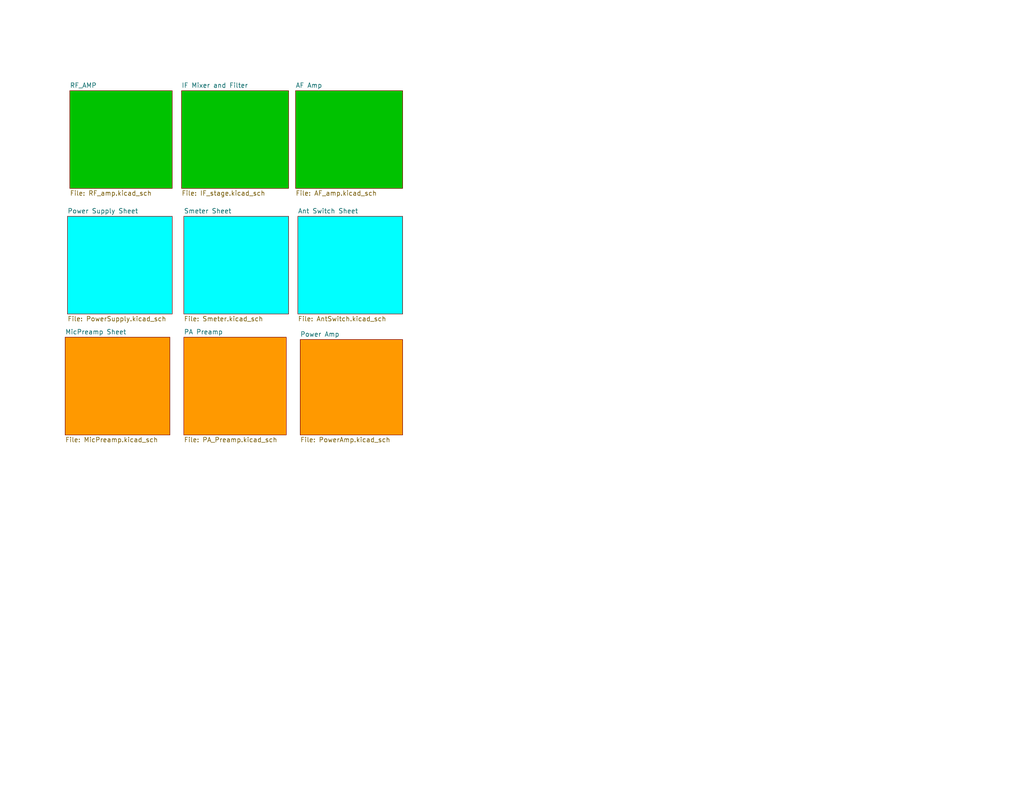
<source format=kicad_sch>
(kicad_sch (version 20211123) (generator eeschema)

  (uuid c260ab8e-cf7e-4fbb-b0c8-91cd71c137b7)

  (paper "A")

  (title_block
    (title "Phoenix 612 Transceiver")
    (date "2022-08-31")
    (rev "0.1a")
    (company "DATER (Dave Peter)")
  )

  (lib_symbols
  )


  (sheet (at 18.415 59.055) (size 28.575 26.67) (fields_autoplaced)
    (stroke (width 0.1524) (type solid) (color 0 0 0 0))
    (fill (color 0 255 255 1.0000))
    (uuid 1c2e7267-2bc4-45e2-87be-34403465b4fd)
    (property "Sheet name" "Power Supply Sheet" (id 0) (at 18.415 58.3434 0)
      (effects (font (size 1.27 1.27)) (justify left bottom))
    )
    (property "Sheet file" "PowerSupply.kicad_sch" (id 1) (at 18.415 86.3096 0)
      (effects (font (size 1.27 1.27)) (justify left top))
    )
  )

  (sheet (at 81.28 59.055) (size 28.575 26.67) (fields_autoplaced)
    (stroke (width 0.1524) (type solid) (color 0 0 0 0))
    (fill (color 0 255 255 1.0000))
    (uuid 30c6c28a-4790-4945-ab5d-741471566322)
    (property "Sheet name" "Ant Switch Sheet" (id 0) (at 81.28 58.3434 0)
      (effects (font (size 1.27 1.27)) (justify left bottom))
    )
    (property "Sheet file" "AntSwitch.kicad_sch" (id 1) (at 81.28 86.3096 0)
      (effects (font (size 1.27 1.27)) (justify left top))
    )
  )

  (sheet (at 19.05 24.765) (size 27.94 26.67) (fields_autoplaced)
    (stroke (width 0.1524) (type solid) (color 0 0 0 0))
    (fill (color 0 194 0 1.0000))
    (uuid 7d624223-b511-4648-87bb-11892eb59d0f)
    (property "Sheet name" "RF_AMP" (id 0) (at 19.05 24.0534 0)
      (effects (font (size 1.27 1.27)) (justify left bottom))
    )
    (property "Sheet file" "RF_amp.kicad_sch" (id 1) (at 19.05 52.0196 0)
      (effects (font (size 1.27 1.27)) (justify left top))
    )
  )

  (sheet (at 80.645 24.765) (size 29.21 26.67) (fields_autoplaced)
    (stroke (width 0.1524) (type solid) (color 0 0 0 0))
    (fill (color 0 194 0 1.0000))
    (uuid 8c2d0e49-feb1-4ca1-b655-1da709313a1f)
    (property "Sheet name" "AF Amp" (id 0) (at 80.645 24.0534 0)
      (effects (font (size 1.27 1.27)) (justify left bottom))
    )
    (property "Sheet file" "AF_amp.kicad_sch" (id 1) (at 80.645 52.0196 0)
      (effects (font (size 1.27 1.27)) (justify left top))
    )
  )

  (sheet (at 50.165 92.075) (size 27.94 26.67) (fields_autoplaced)
    (stroke (width 0.1524) (type solid) (color 0 0 0 0))
    (fill (color 255 153 0 1.0000))
    (uuid af2fe456-243d-4f9d-9d57-41ad77d64536)
    (property "Sheet name" "PA Preamp" (id 0) (at 50.165 91.3634 0)
      (effects (font (size 1.27 1.27)) (justify left bottom))
    )
    (property "Sheet file" "PA_Preamp.kicad_sch" (id 1) (at 50.165 119.3296 0)
      (effects (font (size 1.27 1.27)) (justify left top))
    )
  )

  (sheet (at 49.53 24.765) (size 29.21 26.67) (fields_autoplaced)
    (stroke (width 0.1524) (type solid) (color 0 0 0 0))
    (fill (color 0 194 0 1.0000))
    (uuid dc491928-6d5e-4329-9950-71e9e29055f8)
    (property "Sheet name" "IF Mixer and Filter" (id 0) (at 49.53 24.0534 0)
      (effects (font (size 1.27 1.27)) (justify left bottom))
    )
    (property "Sheet file" "IF_stage.kicad_sch" (id 1) (at 49.53 52.0196 0)
      (effects (font (size 1.27 1.27)) (justify left top))
    )
  )

  (sheet (at 50.165 59.055) (size 28.575 26.67) (fields_autoplaced)
    (stroke (width 0.1524) (type solid) (color 0 0 0 0))
    (fill (color 0 255 255 1.0000))
    (uuid dcd40ead-2b46-471f-8102-2c01488e6959)
    (property "Sheet name" "Smeter Sheet" (id 0) (at 50.165 58.3434 0)
      (effects (font (size 1.27 1.27)) (justify left bottom))
    )
    (property "Sheet file" "Smeter.kicad_sch" (id 1) (at 50.165 86.3096 0)
      (effects (font (size 1.27 1.27)) (justify left top))
    )
  )

  (sheet (at 81.915 92.71) (size 27.94 26.035) (fields_autoplaced)
    (stroke (width 0.1524) (type solid) (color 0 0 0 0))
    (fill (color 255 153 0 1.0000))
    (uuid f4b9ba30-c5ef-48e5-9568-0139198f157d)
    (property "Sheet name" "Power Amp" (id 0) (at 81.915 91.9984 0)
      (effects (font (size 1.27 1.27)) (justify left bottom))
    )
    (property "Sheet file" "PowerAmp.kicad_sch" (id 1) (at 81.915 119.3296 0)
      (effects (font (size 1.27 1.27)) (justify left top))
    )
  )

  (sheet (at 17.78 92.075) (size 28.575 26.67) (fields_autoplaced)
    (stroke (width 0.1524) (type solid) (color 0 0 0 0))
    (fill (color 255 153 0 1.0000))
    (uuid fca0583b-d9ec-492a-b393-7aa22a35eadd)
    (property "Sheet name" "MicPreamp Sheet" (id 0) (at 17.78 91.3634 0)
      (effects (font (size 1.27 1.27)) (justify left bottom))
    )
    (property "Sheet file" "MicPreamp.kicad_sch" (id 1) (at 17.78 119.3296 0)
      (effects (font (size 1.27 1.27)) (justify left top))
    )
  )

  (sheet_instances
    (path "/" (page "1"))
    (path "/7d624223-b511-4648-87bb-11892eb59d0f" (page "2"))
    (path "/dc491928-6d5e-4329-9950-71e9e29055f8" (page "3"))
    (path "/8c2d0e49-feb1-4ca1-b655-1da709313a1f" (page "4"))
    (path "/dcd40ead-2b46-471f-8102-2c01488e6959" (page "5"))
    (path "/fca0583b-d9ec-492a-b393-7aa22a35eadd" (page "6"))
    (path "/1c2e7267-2bc4-45e2-87be-34403465b4fd" (page "7"))
    (path "/30c6c28a-4790-4945-ab5d-741471566322" (page "8"))
    (path "/af2fe456-243d-4f9d-9d57-41ad77d64536" (page "9"))
    (path "/f4b9ba30-c5ef-48e5-9568-0139198f157d" (page "10"))
  )

  (symbol_instances
    (path "/dc491928-6d5e-4329-9950-71e9e29055f8/889a0c81-2442-4308-aa89-af81cec6f24b"
      (reference "#FLG01") (unit 1) (value "PWR_FLAG") (footprint "")
    )
    (path "/dc491928-6d5e-4329-9950-71e9e29055f8/b7bbd627-2886-42ed-864e-eaa7af8876af"
      (reference "#FLG02") (unit 1) (value "PWR_FLAG") (footprint "")
    )
    (path "/8c2d0e49-feb1-4ca1-b655-1da709313a1f/d92d01d9-bc40-4519-8e3c-c8bcc7c3d402"
      (reference "#FLG03") (unit 1) (value "PWR_FLAG") (footprint "")
    )
    (path "/8c2d0e49-feb1-4ca1-b655-1da709313a1f/2ee8c760-7375-4837-aa15-1458166b0373"
      (reference "#FLG04") (unit 1) (value "PWR_FLAG") (footprint "")
    )
    (path "/dcd40ead-2b46-471f-8102-2c01488e6959/fa22574d-0432-4842-a6e9-b79602d37568"
      (reference "#FLG05") (unit 1) (value "PWR_FLAG") (footprint "")
    )
    (path "/fca0583b-d9ec-492a-b393-7aa22a35eadd/449c781e-c0bf-4978-8dc6-2249f6eef5df"
      (reference "#FLG06") (unit 1) (value "PWR_FLAG") (footprint "")
    )
    (path "/1c2e7267-2bc4-45e2-87be-34403465b4fd/06a9b9fd-d81c-4a21-b751-7b96768f7cf7"
      (reference "#FLG07") (unit 1) (value "PWR_FLAG") (footprint "")
    )
    (path "/1c2e7267-2bc4-45e2-87be-34403465b4fd/bdf74077-0af7-404f-b39d-5dc4fc3e4e57"
      (reference "#FLG08") (unit 1) (value "PWR_FLAG") (footprint "")
    )
    (path "/1c2e7267-2bc4-45e2-87be-34403465b4fd/77549be7-47ed-4060-ae1b-360424898218"
      (reference "#FLG09") (unit 1) (value "PWR_FLAG") (footprint "")
    )
    (path "/1c2e7267-2bc4-45e2-87be-34403465b4fd/b30c18d1-e6ba-4e09-80cf-40a0a7ead333"
      (reference "#FLG010") (unit 1) (value "PWR_FLAG") (footprint "")
    )
    (path "/7d624223-b511-4648-87bb-11892eb59d0f/850052a1-2b19-486b-826d-172e27a1663b"
      (reference "#PWR01") (unit 1) (value "GND") (footprint "")
    )
    (path "/7d624223-b511-4648-87bb-11892eb59d0f/97d7491d-9920-4844-8f12-3551200b50f9"
      (reference "#PWR02") (unit 1) (value "GND") (footprint "")
    )
    (path "/7d624223-b511-4648-87bb-11892eb59d0f/7397d221-ecd4-4b96-849a-27f2709e43ac"
      (reference "#PWR03") (unit 1) (value "GND") (footprint "")
    )
    (path "/7d624223-b511-4648-87bb-11892eb59d0f/2aef67af-ce73-423c-90f3-25171a871ca9"
      (reference "#PWR04") (unit 1) (value "GND") (footprint "")
    )
    (path "/7d624223-b511-4648-87bb-11892eb59d0f/d75a90ae-ed96-4fbe-996a-da4f16a54bf5"
      (reference "#PWR05") (unit 1) (value "GND") (footprint "")
    )
    (path "/7d624223-b511-4648-87bb-11892eb59d0f/29de1d13-9598-47b8-a1aa-674e6fab044c"
      (reference "#PWR06") (unit 1) (value "GND") (footprint "")
    )
    (path "/7d624223-b511-4648-87bb-11892eb59d0f/7c45ff96-d374-49f6-afef-77f4210a45ea"
      (reference "#PWR07") (unit 1) (value "GND") (footprint "")
    )
    (path "/7d624223-b511-4648-87bb-11892eb59d0f/18c6ec8f-5b31-46b9-a7d5-8e27498a309b"
      (reference "#PWR08") (unit 1) (value "GND") (footprint "")
    )
    (path "/7d624223-b511-4648-87bb-11892eb59d0f/190318c4-f1f6-47ef-a2e8-6b40fb9e6e41"
      (reference "#PWR09") (unit 1) (value "GND") (footprint "")
    )
    (path "/dc491928-6d5e-4329-9950-71e9e29055f8/ffd88db1-8d87-4d10-84c5-ee1777681c22"
      (reference "#PWR010") (unit 1) (value "GND") (footprint "")
    )
    (path "/dc491928-6d5e-4329-9950-71e9e29055f8/93bbf753-c208-4419-bc87-8e2514c760f1"
      (reference "#PWR011") (unit 1) (value "GND") (footprint "")
    )
    (path "/dc491928-6d5e-4329-9950-71e9e29055f8/07258594-f563-42df-a17c-431b2310465d"
      (reference "#PWR012") (unit 1) (value "GND") (footprint "")
    )
    (path "/dc491928-6d5e-4329-9950-71e9e29055f8/8497e584-80bc-42e1-b5a4-3d8789368698"
      (reference "#PWR013") (unit 1) (value "GND") (footprint "")
    )
    (path "/dc491928-6d5e-4329-9950-71e9e29055f8/f68046d6-cc53-41e3-80ac-22d82894a3c2"
      (reference "#PWR014") (unit 1) (value "GND") (footprint "")
    )
    (path "/dc491928-6d5e-4329-9950-71e9e29055f8/d9706ccb-ccce-4870-a53b-0fa0908758c7"
      (reference "#PWR015") (unit 1) (value "GND") (footprint "")
    )
    (path "/dc491928-6d5e-4329-9950-71e9e29055f8/ee6671c7-8b29-41ee-b093-f391e05c92ae"
      (reference "#PWR016") (unit 1) (value "GND") (footprint "")
    )
    (path "/dc491928-6d5e-4329-9950-71e9e29055f8/02a22e66-d5ac-461e-bb55-edbca7c394be"
      (reference "#PWR017") (unit 1) (value "GND") (footprint "")
    )
    (path "/dc491928-6d5e-4329-9950-71e9e29055f8/fa01f883-61f3-4417-b653-c54e20cfc51f"
      (reference "#PWR018") (unit 1) (value "GND") (footprint "")
    )
    (path "/dc491928-6d5e-4329-9950-71e9e29055f8/ca51000e-9fbe-4470-9990-14e3b91c3cf2"
      (reference "#PWR019") (unit 1) (value "GND") (footprint "")
    )
    (path "/dc491928-6d5e-4329-9950-71e9e29055f8/8ad68fd5-4a26-4897-b561-e5c8631f28f9"
      (reference "#PWR020") (unit 1) (value "GND") (footprint "")
    )
    (path "/8c2d0e49-feb1-4ca1-b655-1da709313a1f/2b2ce893-79b6-4fec-8963-7abd441a066f"
      (reference "#PWR021") (unit 1) (value "GND") (footprint "")
    )
    (path "/8c2d0e49-feb1-4ca1-b655-1da709313a1f/60aea805-2dd5-4046-b808-2293d8a09759"
      (reference "#PWR022") (unit 1) (value "GND") (footprint "")
    )
    (path "/8c2d0e49-feb1-4ca1-b655-1da709313a1f/4fa7a9b6-2349-4c88-8285-cfae63e14c57"
      (reference "#PWR023") (unit 1) (value "GND") (footprint "")
    )
    (path "/8c2d0e49-feb1-4ca1-b655-1da709313a1f/ca6ec9a6-8b61-4877-999f-e8a757f5d1e1"
      (reference "#PWR024") (unit 1) (value "GND") (footprint "")
    )
    (path "/8c2d0e49-feb1-4ca1-b655-1da709313a1f/5d63993b-26f3-4de2-bb2e-30c4a6805e4c"
      (reference "#PWR025") (unit 1) (value "GND") (footprint "")
    )
    (path "/8c2d0e49-feb1-4ca1-b655-1da709313a1f/6bb1e7b2-738b-4836-9995-968765c2c6c6"
      (reference "#PWR026") (unit 1) (value "GND") (footprint "")
    )
    (path "/8c2d0e49-feb1-4ca1-b655-1da709313a1f/ee899e97-8375-4a40-80ca-4bc891a527fa"
      (reference "#PWR027") (unit 1) (value "GND") (footprint "")
    )
    (path "/8c2d0e49-feb1-4ca1-b655-1da709313a1f/3a1dce3d-594a-4dba-a1e4-c9803a033775"
      (reference "#PWR028") (unit 1) (value "GND") (footprint "")
    )
    (path "/8c2d0e49-feb1-4ca1-b655-1da709313a1f/8e5762f8-053c-4cac-8077-93ab4f60a844"
      (reference "#PWR029") (unit 1) (value "GND") (footprint "")
    )
    (path "/8c2d0e49-feb1-4ca1-b655-1da709313a1f/89f571b6-2be8-4292-b09f-be7da7fee0b7"
      (reference "#PWR030") (unit 1) (value "GND") (footprint "")
    )
    (path "/dcd40ead-2b46-471f-8102-2c01488e6959/0560477a-2b7a-42be-ba0e-15ad6d47db7e"
      (reference "#PWR031") (unit 1) (value "GND") (footprint "")
    )
    (path "/dcd40ead-2b46-471f-8102-2c01488e6959/4abf2b79-0eaa-46e6-9d29-1ca801e4eb3a"
      (reference "#PWR032") (unit 1) (value "GND") (footprint "")
    )
    (path "/dcd40ead-2b46-471f-8102-2c01488e6959/04401ef5-b34c-4357-b87f-dc65c2fcc0bd"
      (reference "#PWR033") (unit 1) (value "GND") (footprint "")
    )
    (path "/dcd40ead-2b46-471f-8102-2c01488e6959/2289cc47-c4f9-448e-b8c5-8c7d4010c317"
      (reference "#PWR034") (unit 1) (value "GND") (footprint "")
    )
    (path "/dcd40ead-2b46-471f-8102-2c01488e6959/35f38c41-cdf6-4880-91ee-fc6c16d6215e"
      (reference "#PWR035") (unit 1) (value "GND") (footprint "")
    )
    (path "/dcd40ead-2b46-471f-8102-2c01488e6959/565e0c3b-0e16-43e0-a13c-7b0ed350d090"
      (reference "#PWR036") (unit 1) (value "GND") (footprint "")
    )
    (path "/dcd40ead-2b46-471f-8102-2c01488e6959/c8dc346a-918b-4491-b05d-cf02d770a6aa"
      (reference "#PWR037") (unit 1) (value "GND") (footprint "")
    )
    (path "/dcd40ead-2b46-471f-8102-2c01488e6959/962e505f-a0af-4948-b844-0ad138e20658"
      (reference "#PWR038") (unit 1) (value "GND") (footprint "")
    )
    (path "/fca0583b-d9ec-492a-b393-7aa22a35eadd/0279c2e2-6ff5-4185-aa2e-dd60f9e84d72"
      (reference "#PWR039") (unit 1) (value "GND") (footprint "")
    )
    (path "/fca0583b-d9ec-492a-b393-7aa22a35eadd/a5186f88-b3f9-437f-bd2c-68ef29be782f"
      (reference "#PWR040") (unit 1) (value "GND") (footprint "")
    )
    (path "/fca0583b-d9ec-492a-b393-7aa22a35eadd/0a9a8839-e2b1-4041-a8f0-3cea53a7a8ef"
      (reference "#PWR041") (unit 1) (value "GND") (footprint "")
    )
    (path "/fca0583b-d9ec-492a-b393-7aa22a35eadd/23d6b208-fa31-4d2c-83eb-aa18b5c9d54f"
      (reference "#PWR042") (unit 1) (value "GND") (footprint "")
    )
    (path "/fca0583b-d9ec-492a-b393-7aa22a35eadd/9160c497-f459-4e62-a78c-815e00eb1da9"
      (reference "#PWR043") (unit 1) (value "GND") (footprint "")
    )
    (path "/fca0583b-d9ec-492a-b393-7aa22a35eadd/424e8f1d-fe4e-4835-85ae-60e9171c216e"
      (reference "#PWR044") (unit 1) (value "GND") (footprint "")
    )
    (path "/fca0583b-d9ec-492a-b393-7aa22a35eadd/7fda3384-d2bc-472d-b02a-90f51edc483c"
      (reference "#PWR045") (unit 1) (value "GND") (footprint "")
    )
    (path "/1c2e7267-2bc4-45e2-87be-34403465b4fd/03ef3e97-fa4c-4b29-9746-07e6f757f6fe"
      (reference "#PWR046") (unit 1) (value "GND") (footprint "")
    )
    (path "/1c2e7267-2bc4-45e2-87be-34403465b4fd/d648cd01-e2ef-423d-892f-c9e41b85ebb1"
      (reference "#PWR047") (unit 1) (value "GND") (footprint "")
    )
    (path "/1c2e7267-2bc4-45e2-87be-34403465b4fd/70b27c19-8984-484f-8fdb-b7138e6189a6"
      (reference "#PWR048") (unit 1) (value "GND") (footprint "")
    )
    (path "/1c2e7267-2bc4-45e2-87be-34403465b4fd/9cf4d4a6-4c89-4d43-ab67-6f4ed2e1c52f"
      (reference "#PWR049") (unit 1) (value "GND") (footprint "")
    )
    (path "/1c2e7267-2bc4-45e2-87be-34403465b4fd/236f5b18-23b0-474a-87e3-df8f656a853f"
      (reference "#PWR050") (unit 1) (value "GND") (footprint "")
    )
    (path "/1c2e7267-2bc4-45e2-87be-34403465b4fd/ceb1f51a-9311-47cc-9373-39a5acaf1a1d"
      (reference "#PWR051") (unit 1) (value "GND") (footprint "")
    )
    (path "/1c2e7267-2bc4-45e2-87be-34403465b4fd/ab88189f-3308-40c9-b0e0-4843c53c10bf"
      (reference "#PWR052") (unit 1) (value "GND") (footprint "")
    )
    (path "/1c2e7267-2bc4-45e2-87be-34403465b4fd/74053748-e7a3-4e6a-a0bb-da36a924f9c9"
      (reference "#PWR053") (unit 1) (value "GND") (footprint "")
    )
    (path "/1c2e7267-2bc4-45e2-87be-34403465b4fd/c4dfe1ad-4b5a-43e3-8c5b-773d03d7b1dc"
      (reference "#PWR054") (unit 1) (value "GND") (footprint "")
    )
    (path "/30c6c28a-4790-4945-ab5d-741471566322/56416a1c-bfcd-47de-ba3a-ef5f81686c72"
      (reference "#PWR055") (unit 1) (value "GND") (footprint "")
    )
    (path "/30c6c28a-4790-4945-ab5d-741471566322/5000a1b5-5217-4714-b186-d3024d387e8e"
      (reference "#PWR056") (unit 1) (value "GND") (footprint "")
    )
    (path "/30c6c28a-4790-4945-ab5d-741471566322/2f3055af-1495-4d24-b857-e381ef36ac20"
      (reference "#PWR057") (unit 1) (value "GND") (footprint "")
    )
    (path "/30c6c28a-4790-4945-ab5d-741471566322/32204f89-267a-4706-b922-2ab66343bea4"
      (reference "#PWR058") (unit 1) (value "GND") (footprint "")
    )
    (path "/30c6c28a-4790-4945-ab5d-741471566322/a101b861-557e-4025-a70b-6e87a456e1ee"
      (reference "#PWR059") (unit 1) (value "GND") (footprint "")
    )
    (path "/30c6c28a-4790-4945-ab5d-741471566322/333e9474-f47c-4df5-b31f-1c905f1b91c8"
      (reference "#PWR060") (unit 1) (value "GND") (footprint "")
    )
    (path "/30c6c28a-4790-4945-ab5d-741471566322/933cd941-a90f-417e-9ea4-eb5301437db8"
      (reference "#PWR061") (unit 1) (value "GND") (footprint "")
    )
    (path "/30c6c28a-4790-4945-ab5d-741471566322/8aa79230-53dd-4c69-8e2e-e36ef05c6b2b"
      (reference "#PWR062") (unit 1) (value "GND") (footprint "")
    )
    (path "/30c6c28a-4790-4945-ab5d-741471566322/76dd1d4c-3e77-4876-be41-1aa56cbbef4e"
      (reference "#PWR063") (unit 1) (value "GND") (footprint "")
    )
    (path "/30c6c28a-4790-4945-ab5d-741471566322/7997262b-54ff-4fea-a795-d5c862e40d19"
      (reference "#PWR064") (unit 1) (value "GND") (footprint "")
    )
    (path "/30c6c28a-4790-4945-ab5d-741471566322/f13b9c4d-efcf-4730-9761-3fbd9b8be9c7"
      (reference "#PWR065") (unit 1) (value "GND") (footprint "")
    )
    (path "/30c6c28a-4790-4945-ab5d-741471566322/9cf3c4bc-9bca-48d1-8ec3-f4252facc696"
      (reference "#PWR066") (unit 1) (value "GND") (footprint "")
    )
    (path "/30c6c28a-4790-4945-ab5d-741471566322/b71b0271-d382-4673-8fc3-75a68d3b89f4"
      (reference "#PWR067") (unit 1) (value "GND") (footprint "")
    )
    (path "/30c6c28a-4790-4945-ab5d-741471566322/b1de494f-a8f0-4060-b36f-6b1ab9da4e11"
      (reference "#PWR068") (unit 1) (value "GND") (footprint "")
    )
    (path "/af2fe456-243d-4f9d-9d57-41ad77d64536/37c59471-65ff-467a-ab03-18dcf0416d27"
      (reference "#PWR069") (unit 1) (value "GND") (footprint "")
    )
    (path "/af2fe456-243d-4f9d-9d57-41ad77d64536/e8d37ace-0dc1-4416-8cf1-43d2ed003d20"
      (reference "#PWR070") (unit 1) (value "GND") (footprint "")
    )
    (path "/af2fe456-243d-4f9d-9d57-41ad77d64536/6c5ad4ba-5f11-428f-9905-89e0c2511a54"
      (reference "#PWR071") (unit 1) (value "GND") (footprint "")
    )
    (path "/af2fe456-243d-4f9d-9d57-41ad77d64536/97dc1208-9558-4961-a77c-8eb8f2bb42b3"
      (reference "#PWR072") (unit 1) (value "GND") (footprint "")
    )
    (path "/af2fe456-243d-4f9d-9d57-41ad77d64536/1824307a-b98b-4e27-b4eb-77bc540e1826"
      (reference "#PWR073") (unit 1) (value "GND") (footprint "")
    )
    (path "/af2fe456-243d-4f9d-9d57-41ad77d64536/78af1fbf-42ad-4a01-b96d-58e2f3bf30c1"
      (reference "#PWR074") (unit 1) (value "GND") (footprint "")
    )
    (path "/af2fe456-243d-4f9d-9d57-41ad77d64536/e57e6e3b-d0c4-4745-9b12-56e655a88c9d"
      (reference "#PWR075") (unit 1) (value "GND") (footprint "")
    )
    (path "/af2fe456-243d-4f9d-9d57-41ad77d64536/5948e7b5-39b1-4dff-90ff-c207973c4413"
      (reference "#PWR076") (unit 1) (value "GND") (footprint "")
    )
    (path "/f4b9ba30-c5ef-48e5-9568-0139198f157d/10b80dae-c4f5-4d6f-9a9c-9e10bf04aa4c"
      (reference "#PWR077") (unit 1) (value "GND") (footprint "")
    )
    (path "/f4b9ba30-c5ef-48e5-9568-0139198f157d/e313caa9-7323-446f-b461-c4d7cb226b93"
      (reference "#PWR078") (unit 1) (value "GND") (footprint "")
    )
    (path "/f4b9ba30-c5ef-48e5-9568-0139198f157d/b2c6c06a-95ef-4066-ad73-cd6b109dce9a"
      (reference "#PWR079") (unit 1) (value "GND") (footprint "")
    )
    (path "/f4b9ba30-c5ef-48e5-9568-0139198f157d/25f0919d-d7d0-4a30-a04e-755a0bc0e26c"
      (reference "#PWR080") (unit 1) (value "GND") (footprint "")
    )
    (path "/f4b9ba30-c5ef-48e5-9568-0139198f157d/a00dbe7e-4ef2-425e-a302-03ccdc1fdd53"
      (reference "#PWR081") (unit 1) (value "GND") (footprint "")
    )
    (path "/f4b9ba30-c5ef-48e5-9568-0139198f157d/3909d2e0-9c6d-4dd0-97b5-dff7cc6bd899"
      (reference "#PWR082") (unit 1) (value "GND") (footprint "")
    )
    (path "/f4b9ba30-c5ef-48e5-9568-0139198f157d/ca5454d6-853c-4cd7-b3d3-ecaebb35838c"
      (reference "#PWR083") (unit 1) (value "GND") (footprint "")
    )
    (path "/f4b9ba30-c5ef-48e5-9568-0139198f157d/2cd54f7f-4271-415a-9e9e-36d810f0b000"
      (reference "#PWR084") (unit 1) (value "GND") (footprint "")
    )
    (path "/f4b9ba30-c5ef-48e5-9568-0139198f157d/832462d8-2b9b-4dc6-9ba3-0e5788daf5ff"
      (reference "#PWR085") (unit 1) (value "GND") (footprint "")
    )
    (path "/f4b9ba30-c5ef-48e5-9568-0139198f157d/3ea520b1-a7fb-4373-a5ed-70595b0da0b5"
      (reference "#PWR086") (unit 1) (value "GND") (footprint "")
    )
    (path "/f4b9ba30-c5ef-48e5-9568-0139198f157d/1f35d7b8-84ee-4d88-93ce-80e30fc45352"
      (reference "#PWR087") (unit 1) (value "GND") (footprint "")
    )
    (path "/dc491928-6d5e-4329-9950-71e9e29055f8/c650a8e1-777b-4a07-aec7-5e97f64c1d92"
      (reference "47u1") (unit 1) (value "47u") (footprint "Capacitor_THT:CP_Radial_D8.0mm_P2.50mm")
    )
    (path "/7d624223-b511-4648-87bb-11892eb59d0f/e8aae5a9-6bee-452d-96f4-b21ce19fc5df"
      (reference "C1") (unit 1) (value "1u") (footprint "Capacitor_THT:C_Disc_D3.4mm_W2.1mm_P2.50mm")
    )
    (path "/7d624223-b511-4648-87bb-11892eb59d0f/ce0b8583-ab11-4345-8f3d-b3774dacb731"
      (reference "C2") (unit 1) (value "100n") (footprint "Capacitor_THT:C_Disc_D3.4mm_W2.1mm_P2.50mm")
    )
    (path "/7d624223-b511-4648-87bb-11892eb59d0f/820025ee-cc83-4a94-8879-231894419f91"
      (reference "C3") (unit 1) (value "100n") (footprint "Capacitor_THT:C_Disc_D3.4mm_W2.1mm_P2.50mm")
    )
    (path "/7d624223-b511-4648-87bb-11892eb59d0f/02e8b3ce-da44-407d-af72-a1027d918e42"
      (reference "C4") (unit 1) (value "100n") (footprint "Capacitor_THT:C_Disc_D3.4mm_W2.1mm_P2.50mm")
    )
    (path "/7d624223-b511-4648-87bb-11892eb59d0f/5e5ebb3b-12b5-43b2-937e-173b53c21aa8"
      (reference "C5") (unit 1) (value "100n") (footprint "Capacitor_THT:C_Disc_D3.4mm_W2.1mm_P2.50mm")
    )
    (path "/7d624223-b511-4648-87bb-11892eb59d0f/0c9f0e84-c3db-485c-a06a-351786b5713d"
      (reference "C6") (unit 1) (value "1u") (footprint "Capacitor_THT:C_Disc_D3.4mm_W2.1mm_P2.50mm")
    )
    (path "/7d624223-b511-4648-87bb-11892eb59d0f/fb6a4e76-3a93-4548-aa6d-5b7ae4e3b804"
      (reference "C7") (unit 1) (value "22u") (footprint "Capacitor_THT:CP_Radial_D8.0mm_P2.50mm")
    )
    (path "/7d624223-b511-4648-87bb-11892eb59d0f/280ecb6d-e15b-4081-8dc9-0017878ae67d"
      (reference "C8") (unit 1) (value "100n") (footprint "Capacitor_THT:C_Disc_D3.4mm_W2.1mm_P2.50mm")
    )
    (path "/dc491928-6d5e-4329-9950-71e9e29055f8/0d0c5621-5026-41a4-8874-bf953a8aebd3"
      (reference "C9") (unit 1) (value "100n") (footprint "Capacitor_THT:C_Disc_D3.4mm_W2.1mm_P2.50mm")
    )
    (path "/dc491928-6d5e-4329-9950-71e9e29055f8/8f1accbe-41ab-463f-9dee-5305e3f3c1af"
      (reference "C10") (unit 1) (value "100n") (footprint "Capacitor_THT:C_Disc_D3.4mm_W2.1mm_P2.50mm")
    )
    (path "/dc491928-6d5e-4329-9950-71e9e29055f8/ff94e102-c75e-4b56-8cc0-a037d38ab525"
      (reference "C11") (unit 1) (value "100n") (footprint "Capacitor_THT:C_Disc_D3.4mm_W2.1mm_P2.50mm")
    )
    (path "/dc491928-6d5e-4329-9950-71e9e29055f8/f9a6040c-5b3d-4ef8-a884-2f818d6d14ca"
      (reference "C12") (unit 1) (value "10n") (footprint "Capacitor_THT:C_Disc_D3.4mm_W2.1mm_P2.50mm")
    )
    (path "/dc491928-6d5e-4329-9950-71e9e29055f8/09ced12d-4ecd-4abc-8cea-2b910d43a43c"
      (reference "C13") (unit 1) (value ".1u") (footprint "Capacitor_THT:C_Disc_D3.4mm_W2.1mm_P2.50mm")
    )
    (path "/dc491928-6d5e-4329-9950-71e9e29055f8/7765772d-433e-46ad-a722-e508de02f6b1"
      (reference "C14") (unit 1) (value "10u") (footprint "Capacitor_THT:C_Disc_D3.4mm_W2.1mm_P2.50mm")
    )
    (path "/dc491928-6d5e-4329-9950-71e9e29055f8/61eb6df4-989c-4383-8620-351031156705"
      (reference "C15") (unit 1) (value "100n") (footprint "Capacitor_THT:C_Disc_D3.4mm_W2.1mm_P2.50mm")
    )
    (path "/dc491928-6d5e-4329-9950-71e9e29055f8/8106277d-9703-4408-972b-3cb17e822c33"
      (reference "C16") (unit 1) (value "100p") (footprint "Capacitor_THT:C_Disc_D3.4mm_W2.1mm_P2.50mm")
    )
    (path "/dc491928-6d5e-4329-9950-71e9e29055f8/f0e6c358-dc0d-48b9-b970-2237cc79dc72"
      (reference "C17") (unit 1) (value "150p") (footprint "Capacitor_THT:C_Disc_D3.4mm_W2.1mm_P2.50mm")
    )
    (path "/dc491928-6d5e-4329-9950-71e9e29055f8/50261687-a28c-4f1a-823d-9f2cce4b6f67"
      (reference "C18") (unit 1) (value "200p") (footprint "Capacitor_THT:C_Disc_D3.4mm_W2.1mm_P2.50mm")
    )
    (path "/dc491928-6d5e-4329-9950-71e9e29055f8/b5c8fca5-afa0-4aa3-8800-b360f956a84b"
      (reference "C19") (unit 1) (value "150p") (footprint "Capacitor_THT:C_Disc_D3.4mm_W2.1mm_P2.50mm")
    )
    (path "/dc491928-6d5e-4329-9950-71e9e29055f8/888754b5-79a7-472d-bc9e-fce72bcce9f1"
      (reference "C20") (unit 1) (value "100p") (footprint "Capacitor_THT:C_Disc_D3.4mm_W2.1mm_P2.50mm")
    )
    (path "/dc491928-6d5e-4329-9950-71e9e29055f8/211b41ec-9429-4b94-9c51-63e391783768"
      (reference "C21") (unit 1) (value "10n") (footprint "Capacitor_THT:C_Disc_D3.4mm_W2.1mm_P2.50mm")
    )
    (path "/dc491928-6d5e-4329-9950-71e9e29055f8/61a888ec-dcd8-4053-90ea-0675d33c26fc"
      (reference "C22") (unit 1) (value "100n") (footprint "Capacitor_THT:C_Disc_D3.4mm_W2.1mm_P2.50mm")
    )
    (path "/dc491928-6d5e-4329-9950-71e9e29055f8/536ee406-c9f8-4307-af5a-b57d8a23824d"
      (reference "C23") (unit 1) (value "100n") (footprint "Capacitor_THT:C_Disc_D3.4mm_W2.1mm_P2.50mm")
    )
    (path "/dc491928-6d5e-4329-9950-71e9e29055f8/e455c4e8-2609-49fb-8237-14ca64b5b8d6"
      (reference "C24") (unit 1) (value "47u") (footprint "Capacitor_THT:CP_Radial_D8.0mm_P2.50mm")
    )
    (path "/dc491928-6d5e-4329-9950-71e9e29055f8/f0c4ec43-57ae-4efa-abd4-7ae3fc53f7cf"
      (reference "C25") (unit 1) (value ".1u") (footprint "Capacitor_THT:C_Disc_D3.4mm_W2.1mm_P2.50mm")
    )
    (path "/dc491928-6d5e-4329-9950-71e9e29055f8/f887c675-c8d5-42e5-8de2-03c63d2bf864"
      (reference "C26") (unit 1) (value "10u") (footprint "Capacitor_THT:C_Disc_D3.4mm_W2.1mm_P2.50mm")
    )
    (path "/dc491928-6d5e-4329-9950-71e9e29055f8/b6f5c1ea-45b9-4198-b672-bed0ac271e39"
      (reference "C27") (unit 1) (value "100n") (footprint "Capacitor_THT:C_Disc_D3.4mm_W2.1mm_P2.50mm")
    )
    (path "/dc491928-6d5e-4329-9950-71e9e29055f8/63bbbd67-1da5-4ed2-9f89-8295c4fb5555"
      (reference "C28") (unit 1) (value "100n") (footprint "Capacitor_THT:C_Disc_D3.4mm_W2.1mm_P2.50mm")
    )
    (path "/8c2d0e49-feb1-4ca1-b655-1da709313a1f/20169348-cc32-480c-a874-7e60f21c5e80"
      (reference "C29") (unit 1) (value "47u") (footprint "Capacitor_THT:CP_Radial_D8.0mm_P2.50mm")
    )
    (path "/8c2d0e49-feb1-4ca1-b655-1da709313a1f/6db5adfa-620a-4b7c-836e-c8a881ce015c"
      (reference "C30") (unit 1) (value "47u") (footprint "Capacitor_THT:CP_Radial_D8.0mm_P2.50mm")
    )
    (path "/8c2d0e49-feb1-4ca1-b655-1da709313a1f/116d54be-51ac-4310-ae11-dc3d4afc05bc"
      (reference "C31") (unit 1) (value "47u") (footprint "Capacitor_THT:CP_Radial_D8.0mm_P2.50mm")
    )
    (path "/8c2d0e49-feb1-4ca1-b655-1da709313a1f/ee169bc8-bed8-4e9a-825e-57937b261dd4"
      (reference "C32") (unit 1) (value "100u") (footprint "Capacitor_THT:CP_Radial_D8.0mm_P2.50mm")
    )
    (path "/8c2d0e49-feb1-4ca1-b655-1da709313a1f/76958c2d-0be0-4b5e-a83f-fbdbc021d88f"
      (reference "C33") (unit 1) (value "10n") (footprint "Capacitor_THT:C_Disc_D3.4mm_W2.1mm_P2.50mm")
    )
    (path "/8c2d0e49-feb1-4ca1-b655-1da709313a1f/1326b6a9-e8f3-42cc-b4fe-1aa73d1d6637"
      (reference "C34") (unit 1) (value "1u") (footprint "Capacitor_THT:C_Disc_D3.4mm_W2.1mm_P2.50mm")
    )
    (path "/8c2d0e49-feb1-4ca1-b655-1da709313a1f/72c928c8-e5c2-420f-9999-1a18b221b39c"
      (reference "C35") (unit 1) (value "100n") (footprint "Capacitor_THT:C_Disc_D3.4mm_W2.1mm_P2.50mm")
    )
    (path "/8c2d0e49-feb1-4ca1-b655-1da709313a1f/2c207cff-7f08-424e-8943-4c8a284538fb"
      (reference "C36") (unit 1) (value "10u") (footprint "Capacitor_THT:CP_Radial_D8.0mm_P2.50mm")
    )
    (path "/8c2d0e49-feb1-4ca1-b655-1da709313a1f/be333145-50f6-475d-97a8-799b477c62f8"
      (reference "C37") (unit 1) (value "1n") (footprint "Capacitor_THT:C_Disc_D3.4mm_W2.1mm_P2.50mm")
    )
    (path "/8c2d0e49-feb1-4ca1-b655-1da709313a1f/6c0684fe-5bff-4d47-9fd0-c5988c7bf773"
      (reference "C38") (unit 1) (value "220u") (footprint "Capacitor_THT:CP_Radial_D8.0mm_P2.50mm")
    )
    (path "/8c2d0e49-feb1-4ca1-b655-1da709313a1f/bb59b3ef-ccd2-4c30-a00c-0fc2c1c11cb0"
      (reference "C39") (unit 1) (value "10n") (footprint "Capacitor_THT:C_Disc_D3.4mm_W2.1mm_P2.50mm")
    )
    (path "/8c2d0e49-feb1-4ca1-b655-1da709313a1f/32ed9247-9789-4f19-b053-dde0f337f5fb"
      (reference "C40") (unit 1) (value "100u") (footprint "Capacitor_THT:CP_Radial_D8.0mm_P2.50mm")
    )
    (path "/dcd40ead-2b46-471f-8102-2c01488e6959/7173fe55-4d55-49e1-b6b4-806c217285f2"
      (reference "C41") (unit 1) (value "10u") (footprint "Capacitor_THT:C_Disc_D3.4mm_W2.1mm_P2.50mm")
    )
    (path "/dcd40ead-2b46-471f-8102-2c01488e6959/e55923d5-5159-4ba6-8fa2-df2ee2072a06"
      (reference "C42") (unit 1) (value "100n") (footprint "Capacitor_THT:C_Disc_D3.4mm_W2.1mm_P2.50mm")
    )
    (path "/dcd40ead-2b46-471f-8102-2c01488e6959/968b48ed-f0dd-47a0-910f-fc990f1b5bde"
      (reference "C43") (unit 1) (value "1n") (footprint "Capacitor_THT:C_Disc_D3.4mm_W2.1mm_P2.50mm")
    )
    (path "/dcd40ead-2b46-471f-8102-2c01488e6959/2b8f4fc8-f6c9-484b-9978-12bef8fd711d"
      (reference "C44") (unit 1) (value "10u") (footprint "Capacitor_THT:CP_Radial_D8.0mm_P2.50mm")
    )
    (path "/dcd40ead-2b46-471f-8102-2c01488e6959/c91c312b-2d27-47d6-8aac-c1e535dcb4a8"
      (reference "C45") (unit 1) (value "10u") (footprint "Capacitor_THT:CP_Radial_D8.0mm_P2.50mm")
    )
    (path "/dcd40ead-2b46-471f-8102-2c01488e6959/06185b2f-bcee-426a-9442-5c24480c72f0"
      (reference "C46") (unit 1) (value "10n") (footprint "Capacitor_THT:C_Disc_D3.4mm_W2.1mm_P2.50mm")
    )
    (path "/fca0583b-d9ec-492a-b393-7aa22a35eadd/97bb9b54-b006-4b62-83f3-c3753cb69739"
      (reference "C47") (unit 1) (value "100n") (footprint "Capacitor_THT:C_Disc_D3.4mm_W2.1mm_P2.50mm")
    )
    (path "/fca0583b-d9ec-492a-b393-7aa22a35eadd/077b3ded-1399-450f-8379-ee1d8b2d5816"
      (reference "C48") (unit 1) (value "10n") (footprint "Capacitor_THT:C_Disc_D3.4mm_W2.1mm_P2.50mm")
    )
    (path "/fca0583b-d9ec-492a-b393-7aa22a35eadd/bf09f95d-87d3-4e5d-8b21-40a1080fb8cd"
      (reference "C49") (unit 1) (value "1n") (footprint "Capacitor_THT:C_Disc_D3.4mm_W2.1mm_P2.50mm")
    )
    (path "/fca0583b-d9ec-492a-b393-7aa22a35eadd/6fdcfe2c-f0a2-461e-bb67-7ad93635bd71"
      (reference "C50") (unit 1) (value "47u") (footprint "Capacitor_THT:CP_Radial_D8.0mm_P2.50mm")
    )
    (path "/fca0583b-d9ec-492a-b393-7aa22a35eadd/29c0798d-e6a9-4c7d-b54e-91586195d814"
      (reference "C51") (unit 1) (value "47u") (footprint "Capacitor_THT:CP_Radial_D8.0mm_P2.50mm")
    )
    (path "/fca0583b-d9ec-492a-b393-7aa22a35eadd/efb7a112-e146-4eb6-aa16-6fac85f65976"
      (reference "C52") (unit 1) (value "47u") (footprint "Capacitor_THT:CP_Radial_D8.0mm_P2.50mm")
    )
    (path "/fca0583b-d9ec-492a-b393-7aa22a35eadd/1133baf1-60c3-4386-a2e9-5eb08a806168"
      (reference "C53") (unit 1) (value "10n") (footprint "Capacitor_THT:C_Disc_D3.4mm_W2.1mm_P2.50mm")
    )
    (path "/1c2e7267-2bc4-45e2-87be-34403465b4fd/57bde339-f84f-4e09-9214-209d4b3cb54d"
      (reference "C54") (unit 1) (value "22u") (footprint "Capacitor_THT:CP_Radial_D8.0mm_P2.50mm")
    )
    (path "/1c2e7267-2bc4-45e2-87be-34403465b4fd/99aad0c9-2dcd-46b4-be52-de54f1b00ccd"
      (reference "C55") (unit 1) (value "22u") (footprint "Capacitor_THT:CP_Radial_D8.0mm_P2.50mm")
    )
    (path "/1c2e7267-2bc4-45e2-87be-34403465b4fd/7f135511-77c6-43ab-b940-3da27acc0b6d"
      (reference "C56") (unit 1) (value "22u") (footprint "Capacitor_THT:CP_Radial_D8.0mm_P2.50mm")
    )
    (path "/1c2e7267-2bc4-45e2-87be-34403465b4fd/5999e40d-15f5-4abc-bb89-d5020ae3fbfd"
      (reference "C57") (unit 1) (value "22u") (footprint "Capacitor_THT:CP_Radial_D8.0mm_P2.50mm")
    )
    (path "/1c2e7267-2bc4-45e2-87be-34403465b4fd/d9995ee0-5fd7-4724-8179-12d232b12a84"
      (reference "C58") (unit 1) (value "0.1u") (footprint "Capacitor_THT:C_Disc_D3.0mm_W1.6mm_P2.50mm")
    )
    (path "/1c2e7267-2bc4-45e2-87be-34403465b4fd/b29e16a8-c58e-4f58-b0da-ec54d36f581f"
      (reference "C59") (unit 1) (value "0.1u") (footprint "Capacitor_THT:C_Disc_D3.0mm_W1.6mm_P2.50mm")
    )
    (path "/1c2e7267-2bc4-45e2-87be-34403465b4fd/3bca0cb9-dc2d-4f83-bdf5-318d27416e03"
      (reference "C60") (unit 1) (value "100n") (footprint "Capacitor_THT:C_Disc_D3.4mm_W2.1mm_P2.50mm")
    )
    (path "/30c6c28a-4790-4945-ab5d-741471566322/bf503127-f667-426d-8b13-0ac552bbc32b"
      (reference "C61") (unit 1) (value "100n") (footprint "Capacitor_THT:C_Disc_D3.4mm_W2.1mm_P2.50mm")
    )
    (path "/30c6c28a-4790-4945-ab5d-741471566322/b63c7f6a-e41b-42a2-a337-f941d248889e"
      (reference "C62") (unit 1) (value "100n") (footprint "Capacitor_THT:C_Disc_D3.4mm_W2.1mm_P2.50mm")
    )
    (path "/30c6c28a-4790-4945-ab5d-741471566322/239cb670-39c9-4a21-b7fa-b4b38d0e3f57"
      (reference "C63") (unit 1) (value "100n") (footprint "Capacitor_THT:C_Disc_D3.4mm_W2.1mm_P2.50mm")
    )
    (path "/af2fe456-243d-4f9d-9d57-41ad77d64536/9cc5d194-9d49-4d3e-b103-fac71d4c7c1a"
      (reference "C64") (unit 1) (value "10n") (footprint "Capacitor_THT:C_Disc_D3.4mm_W2.1mm_P2.50mm")
    )
    (path "/af2fe456-243d-4f9d-9d57-41ad77d64536/5b1aabba-e478-4b8a-a011-f90b1d6cdcde"
      (reference "C65") (unit 1) (value "1u") (footprint "Capacitor_THT:C_Disc_D3.4mm_W2.1mm_P2.50mm")
    )
    (path "/af2fe456-243d-4f9d-9d57-41ad77d64536/d850b280-a840-49f5-b5d8-b9c5aa598418"
      (reference "C66") (unit 1) (value "100n") (footprint "Capacitor_THT:C_Disc_D3.4mm_W2.1mm_P2.50mm")
    )
    (path "/af2fe456-243d-4f9d-9d57-41ad77d64536/8dadf2a2-add2-4654-87ee-bfc0a28a5bca"
      (reference "C67") (unit 1) (value "100n") (footprint "Capacitor_THT:C_Disc_D3.4mm_W2.1mm_P2.50mm")
    )
    (path "/af2fe456-243d-4f9d-9d57-41ad77d64536/85b03fd5-0913-4abe-98e9-ea3dcd3dbc46"
      (reference "C68") (unit 1) (value "100n") (footprint "Capacitor_THT:C_Disc_D3.4mm_W2.1mm_P2.50mm")
    )
    (path "/af2fe456-243d-4f9d-9d57-41ad77d64536/40600fb6-eb20-458e-b6fc-d961f7fdbf47"
      (reference "C69") (unit 1) (value "100n") (footprint "Capacitor_THT:C_Disc_D3.4mm_W2.1mm_P2.50mm")
    )
    (path "/af2fe456-243d-4f9d-9d57-41ad77d64536/8cce5145-59d7-4d15-9918-c00fbcf50a05"
      (reference "C70") (unit 1) (value "1u") (footprint "Capacitor_THT:C_Disc_D3.4mm_W2.1mm_P2.50mm")
    )
    (path "/af2fe456-243d-4f9d-9d57-41ad77d64536/dd7dfa91-26e5-452b-9e0b-464992f222d7"
      (reference "C71") (unit 1) (value "22u") (footprint "Capacitor_THT:CP_Radial_D8.0mm_P2.50mm")
    )
    (path "/af2fe456-243d-4f9d-9d57-41ad77d64536/7b4905c6-f2e0-488b-9824-e28239f37286"
      (reference "C72") (unit 1) (value "100n") (footprint "Capacitor_THT:C_Disc_D3.4mm_W2.1mm_P2.50mm")
    )
    (path "/f4b9ba30-c5ef-48e5-9568-0139198f157d/4165d883-5864-4476-832b-7981975ecd14"
      (reference "C73") (unit 1) (value "100n") (footprint "Capacitor_THT:C_Disc_D3.4mm_W2.1mm_P2.50mm")
    )
    (path "/f4b9ba30-c5ef-48e5-9568-0139198f157d/95863631-a0fe-49fc-9eba-83748f625195"
      (reference "C74") (unit 1) (value "100n") (footprint "Capacitor_THT:C_Disc_D3.4mm_W2.1mm_P2.50mm")
    )
    (path "/f4b9ba30-c5ef-48e5-9568-0139198f157d/fa0763c3-e0c6-447e-8758-56454ab32c15"
      (reference "C75") (unit 1) (value "10u") (footprint "Capacitor_THT:C_Disc_D3.4mm_W2.1mm_P2.50mm")
    )
    (path "/f4b9ba30-c5ef-48e5-9568-0139198f157d/327c3c7e-2579-4643-8092-eaac5a48b1fb"
      (reference "C76") (unit 1) (value "100n") (footprint "Capacitor_THT:C_Disc_D3.4mm_W2.1mm_P2.50mm")
    )
    (path "/f4b9ba30-c5ef-48e5-9568-0139198f157d/fbe89c2a-3fe9-4169-b960-2cb4f4124451"
      (reference "C77") (unit 1) (value "100n") (footprint "Capacitor_THT:C_Disc_D3.4mm_W2.1mm_P2.50mm")
    )
    (path "/f4b9ba30-c5ef-48e5-9568-0139198f157d/4a2a20af-5e22-4523-acce-356e54d47309"
      (reference "C78") (unit 1) (value "1u") (footprint "Capacitor_THT:C_Disc_D3.4mm_W2.1mm_P2.50mm")
    )
    (path "/f4b9ba30-c5ef-48e5-9568-0139198f157d/c04057de-b5ea-4723-b0f2-2d56b7227626"
      (reference "C79") (unit 1) (value "100n") (footprint "Capacitor_THT:C_Disc_D3.4mm_W2.1mm_P2.50mm")
    )
    (path "/f4b9ba30-c5ef-48e5-9568-0139198f157d/167b215c-ed3d-4224-b4bd-9779c38e9300"
      (reference "C80") (unit 1) (value "100n") (footprint "Capacitor_THT:C_Disc_D3.4mm_W2.1mm_P2.50mm")
    )
    (path "/f4b9ba30-c5ef-48e5-9568-0139198f157d/febffc6c-f5ab-47b1-9c75-6077e3fad631"
      (reference "C81") (unit 1) (value ".22u") (footprint "Capacitor_THT:CP_Radial_D8.0mm_P2.50mm")
    )
    (path "/f4b9ba30-c5ef-48e5-9568-0139198f157d/2e3dbda4-a382-4ae3-b6d0-365befcaa013"
      (reference "C82") (unit 1) (value "100u") (footprint "Capacitor_THT:CP_Radial_D8.0mm_P2.50mm")
    )
    (path "/f4b9ba30-c5ef-48e5-9568-0139198f157d/9a8f6d19-3677-455d-bb23-7278a9e8640e"
      (reference "C83") (unit 1) (value "10u") (footprint "Capacitor_THT:C_Disc_D3.4mm_W2.1mm_P2.50mm")
    )
    (path "/f4b9ba30-c5ef-48e5-9568-0139198f157d/f3891788-a80f-461d-839c-4fbde33726a2"
      (reference "C84") (unit 1) (value "10u") (footprint "Capacitor_THT:C_Disc_D3.4mm_W2.1mm_P2.50mm")
    )
    (path "/f4b9ba30-c5ef-48e5-9568-0139198f157d/69c1e560-8a9b-4f7a-874c-17a6dc837291"
      (reference "C85") (unit 1) (value "100n") (footprint "Capacitor_THT:C_Disc_D3.4mm_W2.1mm_P2.50mm")
    )
    (path "/dc491928-6d5e-4329-9950-71e9e29055f8/22716d70-e97a-4588-9113-17a7a9407ad0"
      (reference "D1") (unit 1) (value "1N914") (footprint "Diode_THT:D_DO-35_SOD27_P7.62mm_Horizontal")
    )
    (path "/dc491928-6d5e-4329-9950-71e9e29055f8/2faeb806-2048-40f1-a8ac-8688920fba40"
      (reference "D2") (unit 1) (value "1N914") (footprint "Diode_THT:D_DO-35_SOD27_P7.62mm_Horizontal")
    )
    (path "/dcd40ead-2b46-471f-8102-2c01488e6959/80735ac9-0ef1-4d23-b700-0b4d320e42ab"
      (reference "D3") (unit 1) (value "1N4148") (footprint "Diode_THT:D_DO-35_SOD27_P7.62mm_Horizontal")
    )
    (path "/1c2e7267-2bc4-45e2-87be-34403465b4fd/fdede4dc-8ffa-4dbd-a8d3-046e7b9a25c4"
      (reference "D4") (unit 1) (value "LED") (footprint "LED_THT:LED_D3.0mm")
    )
    (path "/1c2e7267-2bc4-45e2-87be-34403465b4fd/014448a1-3fdc-4b87-8467-ef32bf107d47"
      (reference "D5") (unit 1) (value "LED") (footprint "LED_THT:LED_D3.0mm")
    )
    (path "/1c2e7267-2bc4-45e2-87be-34403465b4fd/9f67a297-8d72-470e-92ae-281ecd3844bf"
      (reference "D6") (unit 1) (value "LED") (footprint "LED_THT:LED_D3.0mm")
    )
    (path "/1c2e7267-2bc4-45e2-87be-34403465b4fd/e90351f7-3590-4b89-b864-4af65324d423"
      (reference "D7") (unit 1) (value "1N4001") (footprint "Diode_THT:D_DO-41_SOD81_P10.16mm_Horizontal")
    )
    (path "/1c2e7267-2bc4-45e2-87be-34403465b4fd/cd41563d-be0b-44dc-a0cc-200882c13087"
      (reference "D8") (unit 1) (value "1N914") (footprint "Diode_THT:D_DO-35_SOD27_P7.62mm_Horizontal")
    )
    (path "/30c6c28a-4790-4945-ab5d-741471566322/26d70f04-03c1-40ac-967d-a2cc4ed91c5e"
      (reference "D9") (unit 1) (value "1N914") (footprint "Diode_THT:D_DO-35_SOD27_P7.62mm_Horizontal")
    )
    (path "/30c6c28a-4790-4945-ab5d-741471566322/ee4aa23a-c215-457a-bce7-cda586edf18d"
      (reference "D10") (unit 1) (value "1N914") (footprint "Diode_THT:D_DO-35_SOD27_P7.62mm_Horizontal")
    )
    (path "/30c6c28a-4790-4945-ab5d-741471566322/7c4968fc-b833-4af0-b8c6-365add02bd40"
      (reference "D11") (unit 1) (value "1N914") (footprint "Diode_THT:D_DO-35_SOD27_P7.62mm_Horizontal")
    )
    (path "/f4b9ba30-c5ef-48e5-9568-0139198f157d/8e9a626b-684d-402c-b354-669d944854bf"
      (reference "D12") (unit 1) (value "1N4733A") (footprint "Diode_THT:D_DO-41_SOD81_P10.16mm_Horizontal")
    )
    (path "/7d624223-b511-4648-87bb-11892eb59d0f/244fb2f1-af06-4240-899a-fc7117210ba7"
      (reference "J1") (unit 1) (value "ANT_IN") (footprint "Connector_Coaxial:SMA_Amphenol_901-144_Vertical")
    )
    (path "/dc491928-6d5e-4329-9950-71e9e29055f8/f199ce7d-c4b8-4c30-b389-5cb9546460ee"
      (reference "J2") (unit 1) (value "LO/BFO") (footprint "Connector_PinHeader_2.54mm:PinHeader_1x02_P2.54mm_Vertical")
    )
    (path "/dc491928-6d5e-4329-9950-71e9e29055f8/5a7596d4-6c9f-4b1b-b5c9-8283e20687f8"
      (reference "J3") (unit 1) (value "BFO/LO") (footprint "Connector_PinHeader_2.54mm:PinHeader_1x02_P2.54mm_Vertical")
    )
    (path "/8c2d0e49-feb1-4ca1-b655-1da709313a1f/87a15ea8-f2f6-4ecf-8454-1de316de9781"
      (reference "J4") (unit 1) (value "SPK") (footprint "Connector_PinHeader_2.54mm:PinHeader_1x02_P2.54mm_Vertical")
    )
    (path "/dcd40ead-2b46-471f-8102-2c01488e6959/8ce58a0b-29d5-4725-bc18-0a0669451071"
      (reference "J5") (unit 1) (value "Smeter") (footprint "Connector_PinHeader_2.54mm:PinHeader_1x02_P2.54mm_Vertical")
    )
    (path "/fca0583b-d9ec-492a-b393-7aa22a35eadd/0142c769-6d9e-4463-a896-dcf4d53abe0e"
      (reference "J6") (unit 1) (value "MICIN") (footprint "Connector_PinHeader_2.54mm:PinHeader_1x02_P2.54mm_Vertical")
    )
    (path "/1c2e7267-2bc4-45e2-87be-34403465b4fd/bc58939b-737d-4ae0-a0a5-42f7139961ab"
      (reference "J7") (unit 1) (value "PWR") (footprint "Connector_PinHeader_2.54mm:PinHeader_1x03_P2.54mm_Vertical")
    )
    (path "/1c2e7267-2bc4-45e2-87be-34403465b4fd/7d9db43f-7986-477b-89fc-e3480b006a76"
      (reference "J8") (unit 1) (value "uC PTT") (footprint "Connector_PinHeader_2.54mm:PinHeader_1x02_P2.54mm_Vertical")
    )
    (path "/30c6c28a-4790-4945-ab5d-741471566322/bbc970d8-c55d-4d30-ba56-abdc039d4028"
      (reference "J9") (unit 1) (value "ANT_IN") (footprint "Connector_Coaxial:SMA_Amphenol_901-144_Vertical")
    )
    (path "/30c6c28a-4790-4945-ab5d-741471566322/8804c996-95f1-47c6-a4d5-7171ef9d8807"
      (reference "J10") (unit 1) (value "ANT_OUT") (footprint "Connector_Coaxial:SMA_Amphenol_901-144_Vertical")
    )
    (path "/30c6c28a-4790-4945-ab5d-741471566322/d57dd43e-bd1e-47f9-bdb3-e7efcd10c6ae"
      (reference "J11") (unit 1) (value "ANT") (footprint "Connector_Coaxial:SMA_Amphenol_901-144_Vertical")
    )
    (path "/30c6c28a-4790-4945-ab5d-741471566322/499618bb-688f-4112-94e8-d0d84d3e03e2"
      (reference "J12") (unit 1) (value "PA_OUT") (footprint "Connector_Coaxial:SMA_Amphenol_901-144_Vertical")
    )
    (path "/30c6c28a-4790-4945-ab5d-741471566322/cf0e2c5b-38b3-4280-92ae-0f68eeea545c"
      (reference "J13") (unit 1) (value "Fwd") (footprint "Connector_PinHeader_2.54mm:PinHeader_1x02_P2.54mm_Vertical")
    )
    (path "/30c6c28a-4790-4945-ab5d-741471566322/e6394d5b-ea7e-4b18-9a62-63c5bd7a4874"
      (reference "J14") (unit 1) (value "Rev") (footprint "Connector_PinHeader_2.54mm:PinHeader_1x02_P2.54mm_Vertical")
    )
    (path "/f4b9ba30-c5ef-48e5-9568-0139198f157d/6a642539-77a9-4146-b55b-a23f71f3993c"
      (reference "J15") (unit 1) (value "Conn_01x01") (footprint "TestPoint:TestPoint_Pad_2.0x2.0mm")
    )
    (path "/f4b9ba30-c5ef-48e5-9568-0139198f157d/3320384e-f24c-4c3d-b627-c8c31fee0fde"
      (reference "J16") (unit 1) (value "Conn_01x01") (footprint "TestPoint:TestPoint_Pad_2.0x2.0mm")
    )
    (path "/f4b9ba30-c5ef-48e5-9568-0139198f157d/547883f2-0287-47d0-bcd9-1b73657b84fc"
      (reference "J17") (unit 1) (value "Conn_01x01") (footprint "TestPoint:TestPoint_Pad_2.0x2.0mm")
    )
    (path "/f4b9ba30-c5ef-48e5-9568-0139198f157d/983695d3-b39a-40cf-9f49-9a3f85777f50"
      (reference "J18") (unit 1) (value "Conn_01x01") (footprint "TestPoint:TestPoint_Pad_2.0x2.0mm")
    )
    (path "/f4b9ba30-c5ef-48e5-9568-0139198f157d/4411f592-90e2-43db-afc7-35fc0068a572"
      (reference "J19") (unit 1) (value "Conn_01x01") (footprint "TestPoint:TestPoint_Pad_2.0x2.0mm")
    )
    (path "/f4b9ba30-c5ef-48e5-9568-0139198f157d/c505502d-aec3-44a2-9df5-d18cc454518b"
      (reference "J20") (unit 1) (value "Conn_01x01") (footprint "TestPoint:TestPoint_Pad_2.0x2.0mm")
    )
    (path "/f4b9ba30-c5ef-48e5-9568-0139198f157d/d0f8e20a-594f-476a-840c-7e23e14de249"
      (reference "J21") (unit 1) (value "Conn_01x01") (footprint "TestPoint:TestPoint_Pad_2.0x2.0mm")
    )
    (path "/f4b9ba30-c5ef-48e5-9568-0139198f157d/ded3fe60-6ddf-4ea9-a250-a6eee82339c9"
      (reference "J22") (unit 1) (value "Conn_01x01") (footprint "TestPoint:TestPoint_Pad_2.0x2.0mm")
    )
    (path "/f4b9ba30-c5ef-48e5-9568-0139198f157d/4ee59373-431a-48e2-8ba4-c91814a5a6ec"
      (reference "J23") (unit 1) (value "Conn_01x01") (footprint "TestPoint:TestPoint_Pad_2.0x2.0mm")
    )
    (path "/f4b9ba30-c5ef-48e5-9568-0139198f157d/57196967-f0a4-4011-8ba4-fa0295337435"
      (reference "J24") (unit 1) (value "Conn_01x01") (footprint "TestPoint:TestPoint_Pad_2.0x2.0mm")
    )
    (path "/f4b9ba30-c5ef-48e5-9568-0139198f157d/d1a97639-d70e-44fa-abf7-8fdfcbd5b38c"
      (reference "J25") (unit 1) (value "Conn_01x01") (footprint "TestPoint:TestPoint_Pad_2.0x2.0mm")
    )
    (path "/f4b9ba30-c5ef-48e5-9568-0139198f157d/cd07a8e5-075e-4bc4-a0af-a7fd8b23fa55"
      (reference "J26") (unit 1) (value "Conn_01x01") (footprint "TestPoint:TestPoint_Pad_2.0x2.0mm")
    )
    (path "/f4b9ba30-c5ef-48e5-9568-0139198f157d/e3ca2ec5-f41a-4665-b3fd-1d7038d422a9"
      (reference "J27") (unit 1) (value "Conn_01x01") (footprint "TestPoint:TestPoint_Pad_2.0x2.0mm")
    )
    (path "/f4b9ba30-c5ef-48e5-9568-0139198f157d/f61a17f2-38d5-41e1-8910-0304579f2ed3"
      (reference "J28") (unit 1) (value "Conn_01x01") (footprint "TestPoint:TestPoint_Pad_2.0x2.0mm")
    )
    (path "/f4b9ba30-c5ef-48e5-9568-0139198f157d/8a6dec33-e8a2-4ecd-afa0-bcf28e7de3ed"
      (reference "J29") (unit 1) (value "Conn_01x01") (footprint "TestPoint:TestPoint_Pad_2.0x2.0mm")
    )
    (path "/f4b9ba30-c5ef-48e5-9568-0139198f157d/017056e1-ce67-427b-a998-8f80ef939421"
      (reference "J30") (unit 1) (value "Conn_01x01") (footprint "TestPoint:TestPoint_Pad_2.0x2.0mm")
    )
    (path "/f4b9ba30-c5ef-48e5-9568-0139198f157d/a882b892-854c-45e1-b32f-d9ea08f037cd"
      (reference "J31") (unit 1) (value "ANT_OUT") (footprint "Connector_Coaxial:SMA_Amphenol_901-144_Vertical")
    )
    (path "/dc491928-6d5e-4329-9950-71e9e29055f8/693ec9ba-0a06-42d3-bcd9-ebed2817d651"
      (reference "K1") (unit 1) (value "G5V-2") (footprint "Relay_THT:Relay_DPDT_Omron_G5V-2")
    )
    (path "/dc491928-6d5e-4329-9950-71e9e29055f8/39555f1e-514a-483d-a15d-900a97087bc4"
      (reference "K2") (unit 1) (value "G5V-2") (footprint "Relay_THT:Relay_DPDT_Omron_G5V-2")
    )
    (path "/1c2e7267-2bc4-45e2-87be-34403465b4fd/00db175b-0fe8-4dd7-a896-7872ad3e4927"
      (reference "K3") (unit 1) (value "G5V-2") (footprint "Relay_THT:Relay_DPDT_Omron_G5V-2")
    )
    (path "/30c6c28a-4790-4945-ab5d-741471566322/effe9cea-5906-4fcf-8c73-d4e47c402632"
      (reference "K4") (unit 1) (value "G5V-2") (footprint "Relay_THT:Relay_DPDT_Omron_G5V-2")
    )
    (path "/dc491928-6d5e-4329-9950-71e9e29055f8/3ce8bff5-da5e-4540-ba82-8e88d91f479f"
      (reference "L1") (unit 1) (value "20u") (footprint "Inductor_SMD:L_1206_3216Metric")
    )
    (path "/dc491928-6d5e-4329-9950-71e9e29055f8/dc81e6cc-1236-4002-aa39-3bd09a4d0be2"
      (reference "L2") (unit 1) (value "20u") (footprint "Inductor_SMD:L_1206_3216Metric")
    )
    (path "/fca0583b-d9ec-492a-b393-7aa22a35eadd/e7572507-032d-482d-acf8-3e064c9cd36d"
      (reference "L3") (unit 1) (value "20u") (footprint "Inductor_SMD:L_1206_3216Metric")
    )
    (path "/f4b9ba30-c5ef-48e5-9568-0139198f157d/880ff994-e4ca-4f85-b64b-23816acb316a"
      (reference "L4") (unit 1) (value "FT-37-43 (8T)") (footprint "Inductor_THT:L_Toroid_Horizontal_D9.5mm_P15.00mm_Diameter10-5mm_Amidon-T37")
    )
    (path "/f4b9ba30-c5ef-48e5-9568-0139198f157d/b7205b80-75c0-46f9-8644-f949dac6e716"
      (reference "L5") (unit 1) (value "FT-37-43 (8T)") (footprint "Inductor_THT:L_Toroid_Horizontal_D9.5mm_P15.00mm_Diameter10-5mm_Amidon-T37")
    )
    (path "/8c2d0e49-feb1-4ca1-b655-1da709313a1f/2fb92a11-b7aa-4d1a-a699-6be8adcb4fc3"
      (reference "Q1") (unit 1) (value "2N3904") (footprint "Package_TO_SOT_THT:TO-92_Inline")
    )
    (path "/fca0583b-d9ec-492a-b393-7aa22a35eadd/73f34b28-2bbe-4f1d-9893-4c7460c88641"
      (reference "Q2") (unit 1) (value "2N3904") (footprint "Package_TO_SOT_THT:TO-92_Inline")
    )
    (path "/1c2e7267-2bc4-45e2-87be-34403465b4fd/e9999338-655a-4f71-bdbb-01c466670fa2"
      (reference "Q3") (unit 1) (value "2N3904") (footprint "Package_TO_SOT_THT:TO-92_Inline")
    )
    (path "/f4b9ba30-c5ef-48e5-9568-0139198f157d/871e4097-a77d-4aa9-ad2d-20c18521a30e"
      (reference "Q4") (unit 1) (value "2N2219") (footprint "Package_TO_SOT_THT:TO-39-3")
    )
    (path "/f4b9ba30-c5ef-48e5-9568-0139198f157d/e0903607-4786-49b5-833b-1ed7bae9de88"
      (reference "Q5") (unit 1) (value "IRF510") (footprint "Package_TO_SOT_THT:TO-220-3_Vertical")
    )
    (path "/7d624223-b511-4648-87bb-11892eb59d0f/a2c42893-85a8-461d-8006-2043e30f0b65"
      (reference "R1") (unit 1) (value "10K") (footprint "Resistor_THT:R_Axial_DIN0207_L6.3mm_D2.5mm_P10.16mm_Horizontal")
    )
    (path "/7d624223-b511-4648-87bb-11892eb59d0f/6bf79f17-3cf8-4b8a-abdb-da7541a4b178"
      (reference "R2") (unit 1) (value "10K") (footprint "Resistor_THT:R_Axial_DIN0207_L6.3mm_D2.5mm_P10.16mm_Horizontal")
    )
    (path "/7d624223-b511-4648-87bb-11892eb59d0f/a74f0edc-3d75-42d1-b976-312c41102736"
      (reference "R3") (unit 1) (value "68R") (footprint "Resistor_THT:R_Axial_DIN0207_L6.3mm_D2.5mm_P10.16mm_Horizontal")
    )
    (path "/7d624223-b511-4648-87bb-11892eb59d0f/1b6a777c-221a-4332-a2ab-6eaafb66b386"
      (reference "R4") (unit 1) (value "51R") (footprint "Resistor_THT:R_Axial_DIN0207_L6.3mm_D2.5mm_P10.16mm_Horizontal")
    )
    (path "/7d624223-b511-4648-87bb-11892eb59d0f/30e3f2b2-7b18-4898-823e-45c1148816b7"
      (reference "R5") (unit 1) (value "680R") (footprint "Resistor_THT:R_Axial_DIN0207_L6.3mm_D2.5mm_P10.16mm_Horizontal")
    )
    (path "/7d624223-b511-4648-87bb-11892eb59d0f/d7542eb1-7bd8-4fb7-985b-e5431bee61d2"
      (reference "R6") (unit 1) (value "200R") (footprint "Resistor_THT:R_Axial_DIN0207_L6.3mm_D2.5mm_P10.16mm_Horizontal")
    )
    (path "/7d624223-b511-4648-87bb-11892eb59d0f/3b324579-0870-494a-88c1-72871a5d9cd1"
      (reference "R7") (unit 1) (value "68R") (footprint "Resistor_THT:R_Axial_DIN0207_L6.3mm_D2.5mm_P10.16mm_Horizontal")
    )
    (path "/7d624223-b511-4648-87bb-11892eb59d0f/d72c55b0-2056-4682-9f10-61d2a3a6bb3f"
      (reference "R8") (unit 1) (value "680R") (footprint "Resistor_THT:R_Axial_DIN0207_L6.3mm_D2.5mm_P10.16mm_Horizontal")
    )
    (path "/7d624223-b511-4648-87bb-11892eb59d0f/455048c4-ed2b-4521-ba1a-94f88d1b9482"
      (reference "R9") (unit 1) (value "50R") (footprint "Resistor_THT:R_Axial_DIN0207_L6.3mm_D2.5mm_P10.16mm_Horizontal")
    )
    (path "/dc491928-6d5e-4329-9950-71e9e29055f8/ee5bb9a1-7db8-44da-bddd-a0ac4d3b7605"
      (reference "R10") (unit 1) (value "100R") (footprint "Resistor_THT:R_Axial_DIN0207_L6.3mm_D2.5mm_P10.16mm_Horizontal")
    )
    (path "/dc491928-6d5e-4329-9950-71e9e29055f8/42b6946e-90e6-41f3-b7a8-f3f709f92af9"
      (reference "R11") (unit 1) (value "100R") (footprint "Resistor_THT:R_Axial_DIN0207_L6.3mm_D2.5mm_P10.16mm_Horizontal")
    )
    (path "/dc491928-6d5e-4329-9950-71e9e29055f8/316578f2-a271-43b6-a71c-d1d6605239c6"
      (reference "R12") (unit 1) (value "100R") (footprint "Resistor_THT:R_Axial_DIN0207_L6.3mm_D2.5mm_P10.16mm_Horizontal")
    )
    (path "/dc491928-6d5e-4329-9950-71e9e29055f8/546a5a40-b29a-44a7-969e-c7bbba6373a2"
      (reference "R13") (unit 1) (value "100R") (footprint "Resistor_THT:R_Axial_DIN0207_L6.3mm_D2.5mm_P10.16mm_Horizontal")
    )
    (path "/8c2d0e49-feb1-4ca1-b655-1da709313a1f/feab10b2-e2e8-4b2d-9c0a-ade842d87ea7"
      (reference "R14") (unit 1) (value "100R") (footprint "Resistor_THT:R_Axial_DIN0207_L6.3mm_D2.5mm_P10.16mm_Horizontal")
    )
    (path "/8c2d0e49-feb1-4ca1-b655-1da709313a1f/a2519e6a-eb51-4c2a-80ca-8daa28319434"
      (reference "R15") (unit 1) (value "100K") (footprint "Resistor_THT:R_Axial_DIN0207_L6.3mm_D2.5mm_P10.16mm_Horizontal")
    )
    (path "/8c2d0e49-feb1-4ca1-b655-1da709313a1f/9444e490-b7ea-4e38-ace8-1791ad9d2089"
      (reference "R16") (unit 1) (value "10K") (footprint "Resistor_THT:R_Axial_DIN0207_L6.3mm_D2.5mm_P10.16mm_Horizontal")
    )
    (path "/8c2d0e49-feb1-4ca1-b655-1da709313a1f/f4f61945-aab1-450b-abb1-82980953a4da"
      (reference "R17") (unit 1) (value "1K") (footprint "Resistor_THT:R_Axial_DIN0207_L6.3mm_D2.5mm_P10.16mm_Horizontal")
    )
    (path "/8c2d0e49-feb1-4ca1-b655-1da709313a1f/3b3355b2-d82e-4b2e-8297-6037386165a6"
      (reference "R18") (unit 1) (value "470R") (footprint "Resistor_THT:R_Axial_DIN0207_L6.3mm_D2.5mm_P10.16mm_Horizontal")
    )
    (path "/8c2d0e49-feb1-4ca1-b655-1da709313a1f/55781b37-1ae8-4908-b644-84c797a4c5c3"
      (reference "R19") (unit 1) (value "2.7K") (footprint "Resistor_THT:R_Axial_DIN0207_L6.3mm_D2.5mm_P10.16mm_Horizontal")
    )
    (path "/8c2d0e49-feb1-4ca1-b655-1da709313a1f/4c419b09-3721-4446-bb3c-34435351896f"
      (reference "R20") (unit 1) (value "100R") (footprint "Resistor_THT:R_Axial_DIN0207_L6.3mm_D2.5mm_P10.16mm_Horizontal")
    )
    (path "/8c2d0e49-feb1-4ca1-b655-1da709313a1f/b35c6811-6f0c-41b8-8f6e-42216916aa57"
      (reference "R21") (unit 1) (value "10R") (footprint "Resistor_THT:R_Axial_DIN0207_L6.3mm_D2.5mm_P10.16mm_Horizontal")
    )
    (path "/dcd40ead-2b46-471f-8102-2c01488e6959/01ae3fcc-bf8a-4588-84f4-e9a90e941ebb"
      (reference "R22") (unit 1) (value "100R") (footprint "Resistor_THT:R_Axial_DIN0207_L6.3mm_D2.5mm_P10.16mm_Horizontal")
    )
    (path "/dcd40ead-2b46-471f-8102-2c01488e6959/508dd433-50a2-40ff-9c13-7775e81c9f2e"
      (reference "R23") (unit 1) (value "10R") (footprint "Resistor_THT:R_Axial_DIN0207_L6.3mm_D2.5mm_P10.16mm_Horizontal")
    )
    (path "/fca0583b-d9ec-492a-b393-7aa22a35eadd/262afb4c-16f9-4a91-b605-01a7f794d5f4"
      (reference "R24") (unit 1) (value "100R") (footprint "Resistor_THT:R_Axial_DIN0207_L6.3mm_D2.5mm_P10.16mm_Horizontal")
    )
    (path "/fca0583b-d9ec-492a-b393-7aa22a35eadd/94fe90d0-f655-476a-be3b-d76e4c75cede"
      (reference "R25") (unit 1) (value "10K") (footprint "Resistor_THT:R_Axial_DIN0207_L6.3mm_D2.5mm_P10.16mm_Horizontal")
    )
    (path "/fca0583b-d9ec-492a-b393-7aa22a35eadd/081a9f0b-994a-4b69-bdbf-341f026f41d9"
      (reference "R26") (unit 1) (value "10K") (footprint "Resistor_THT:R_Axial_DIN0207_L6.3mm_D2.5mm_P10.16mm_Horizontal")
    )
    (path "/fca0583b-d9ec-492a-b393-7aa22a35eadd/1515e580-404a-4305-b29a-be6c6997b305"
      (reference "R27") (unit 1) (value "220R") (footprint "Resistor_THT:R_Axial_DIN0207_L6.3mm_D2.5mm_P10.16mm_Horizontal")
    )
    (path "/fca0583b-d9ec-492a-b393-7aa22a35eadd/3f8af269-c21c-4758-a72b-40fd77285065"
      (reference "R28") (unit 1) (value "10K") (footprint "Resistor_THT:R_Axial_DIN0207_L6.3mm_D2.5mm_P10.16mm_Horizontal")
    )
    (path "/fca0583b-d9ec-492a-b393-7aa22a35eadd/3eab2a45-07cb-4cb8-9426-6e691d9c243b"
      (reference "R29") (unit 1) (value "10R") (footprint "Resistor_THT:R_Axial_DIN0207_L6.3mm_D2.5mm_P10.16mm_Horizontal")
    )
    (path "/1c2e7267-2bc4-45e2-87be-34403465b4fd/92fe634e-cf36-402e-a3e8-5a063053f865"
      (reference "R30") (unit 1) (value "200R") (footprint "Resistor_THT:R_Axial_DIN0207_L6.3mm_D2.5mm_P10.16mm_Horizontal")
    )
    (path "/1c2e7267-2bc4-45e2-87be-34403465b4fd/b0f247c4-ebf6-40cf-95f9-7194b066a12f"
      (reference "R31") (unit 1) (value "200R") (footprint "Resistor_THT:R_Axial_DIN0207_L6.3mm_D2.5mm_P10.16mm_Horizontal")
    )
    (path "/1c2e7267-2bc4-45e2-87be-34403465b4fd/64172aa3-9348-4e87-b357-e1e12c4110b6"
      (reference "R32") (unit 1) (value "200R") (footprint "Resistor_THT:R_Axial_DIN0207_L6.3mm_D2.5mm_P10.16mm_Horizontal")
    )
    (path "/1c2e7267-2bc4-45e2-87be-34403465b4fd/0daa372e-cac5-4030-8e4a-1816760d1572"
      (reference "R33") (unit 1) (value "100R") (footprint "Resistor_THT:R_Axial_DIN0207_L6.3mm_D2.5mm_P10.16mm_Horizontal")
    )
    (path "/1c2e7267-2bc4-45e2-87be-34403465b4fd/a2f3917b-5bd6-4902-9164-07addf17005d"
      (reference "R34") (unit 1) (value "5K") (footprint "Resistor_THT:R_Axial_DIN0207_L6.3mm_D2.5mm_P10.16mm_Horizontal")
    )
    (path "/30c6c28a-4790-4945-ab5d-741471566322/31bb046a-b519-4c0b-99de-ff98049bfae5"
      (reference "R35") (unit 1) (value "100R") (footprint "Resistor_THT:R_Axial_DIN0207_L6.3mm_D2.5mm_P10.16mm_Horizontal")
    )
    (path "/30c6c28a-4790-4945-ab5d-741471566322/e8966c7d-f604-458b-849e-ba6967d5fd46"
      (reference "R36") (unit 1) (value "51R") (footprint "Resistor_THT:R_Axial_DIN0207_L6.3mm_D2.5mm_P10.16mm_Horizontal")
    )
    (path "/30c6c28a-4790-4945-ab5d-741471566322/6c3dfd24-2e66-4932-adc4-c8a22791b61a"
      (reference "R37") (unit 1) (value "51R") (footprint "Resistor_THT:R_Axial_DIN0207_L6.3mm_D2.5mm_P10.16mm_Horizontal")
    )
    (path "/30c6c28a-4790-4945-ab5d-741471566322/98f5396e-d712-4f88-a28d-bf4575a35124"
      (reference "R38") (unit 1) (value "220R") (footprint "Resistor_THT:R_Axial_DIN0207_L6.3mm_D2.5mm_P10.16mm_Horizontal")
    )
    (path "/30c6c28a-4790-4945-ab5d-741471566322/12ac5887-d19a-4f95-8d61-d60a91f741a3"
      (reference "R39") (unit 1) (value "220R") (footprint "Resistor_THT:R_Axial_DIN0207_L6.3mm_D2.5mm_P10.16mm_Horizontal")
    )
    (path "/af2fe456-243d-4f9d-9d57-41ad77d64536/7df59e42-5556-42aa-961d-9a705665da6b"
      (reference "R40") (unit 1) (value "10K") (footprint "Resistor_THT:R_Axial_DIN0207_L6.3mm_D2.5mm_P10.16mm_Horizontal")
    )
    (path "/af2fe456-243d-4f9d-9d57-41ad77d64536/6377cd90-9cd6-4e0a-acff-4c05c3d30e65"
      (reference "R41") (unit 1) (value "10K") (footprint "Resistor_THT:R_Axial_DIN0207_L6.3mm_D2.5mm_P10.16mm_Horizontal")
    )
    (path "/af2fe456-243d-4f9d-9d57-41ad77d64536/2bc7da55-6229-47bc-9c6a-b6e8e876486b"
      (reference "R42") (unit 1) (value "68R") (footprint "Resistor_THT:R_Axial_DIN0207_L6.3mm_D2.5mm_P10.16mm_Horizontal")
    )
    (path "/af2fe456-243d-4f9d-9d57-41ad77d64536/a1eeb0d6-a65f-49db-97dd-03dbab175b76"
      (reference "R43") (unit 1) (value "51R") (footprint "Resistor_THT:R_Axial_DIN0207_L6.3mm_D2.5mm_P10.16mm_Horizontal")
    )
    (path "/af2fe456-243d-4f9d-9d57-41ad77d64536/0372c4de-3aed-4fb8-909a-a8b3200274c0"
      (reference "R44") (unit 1) (value "680R") (footprint "Resistor_THT:R_Axial_DIN0207_L6.3mm_D2.5mm_P10.16mm_Horizontal")
    )
    (path "/af2fe456-243d-4f9d-9d57-41ad77d64536/c3fe0583-f26a-41d2-9d19-08e273916993"
      (reference "R45") (unit 1) (value "200R") (footprint "Resistor_THT:R_Axial_DIN0207_L6.3mm_D2.5mm_P10.16mm_Horizontal")
    )
    (path "/af2fe456-243d-4f9d-9d57-41ad77d64536/466a8164-ee21-41a9-aa1e-db3f28dc665a"
      (reference "R46") (unit 1) (value "68R") (footprint "Resistor_THT:R_Axial_DIN0207_L6.3mm_D2.5mm_P10.16mm_Horizontal")
    )
    (path "/af2fe456-243d-4f9d-9d57-41ad77d64536/6aee6a99-a3d8-4263-afdf-2491e402bf42"
      (reference "R47") (unit 1) (value "680R") (footprint "Resistor_THT:R_Axial_DIN0207_L6.3mm_D2.5mm_P10.16mm_Horizontal")
    )
    (path "/af2fe456-243d-4f9d-9d57-41ad77d64536/c62a40d8-dc59-4983-b08a-fd5f5381075c"
      (reference "R48") (unit 1) (value "50R") (footprint "Resistor_THT:R_Axial_DIN0207_L6.3mm_D2.5mm_P10.16mm_Horizontal")
    )
    (path "/f4b9ba30-c5ef-48e5-9568-0139198f157d/957c2bde-568a-4418-b9f8-a6b5d3b3abca"
      (reference "R49") (unit 1) (value "680R") (footprint "Resistor_THT:R_Axial_DIN0207_L6.3mm_D2.5mm_P10.16mm_Horizontal")
    )
    (path "/f4b9ba30-c5ef-48e5-9568-0139198f157d/035e05ea-db7b-4f31-871e-a9ed0d1ec710"
      (reference "R50") (unit 1) (value "1K") (footprint "Resistor_THT:R_Axial_DIN0207_L6.3mm_D2.5mm_P10.16mm_Horizontal")
    )
    (path "/f4b9ba30-c5ef-48e5-9568-0139198f157d/2e026ff8-79c6-4d5e-b658-3d2b6e0ba349"
      (reference "R51") (unit 1) (value "2.2K") (footprint "Resistor_THT:R_Axial_DIN0207_L6.3mm_D2.5mm_P10.16mm_Horizontal")
    )
    (path "/f4b9ba30-c5ef-48e5-9568-0139198f157d/c33b6510-7bea-4f5c-8e52-44ad0ef0c641"
      (reference "R52") (unit 1) (value "10R") (footprint "Resistor_THT:R_Axial_DIN0207_L6.3mm_D2.5mm_P10.16mm_Horizontal")
    )
    (path "/f4b9ba30-c5ef-48e5-9568-0139198f157d/2f9466e8-229b-4068-9457-edf415bac161"
      (reference "R53") (unit 1) (value "202R") (footprint "Resistor_THT:R_Axial_DIN0207_L6.3mm_D2.5mm_P10.16mm_Horizontal")
    )
    (path "/f4b9ba30-c5ef-48e5-9568-0139198f157d/c159b2ac-9d49-4aaf-81ff-0142515ea583"
      (reference "R54") (unit 1) (value "51R") (footprint "Resistor_THT:R_Axial_DIN0207_L6.3mm_D2.5mm_P10.16mm_Horizontal")
    )
    (path "/f4b9ba30-c5ef-48e5-9568-0139198f157d/d2798b25-83bc-4a5e-802b-a1d1504de270"
      (reference "R55") (unit 1) (value "1K") (footprint "Resistor_THT:R_Axial_DIN0207_L6.3mm_D2.5mm_P10.16mm_Horizontal")
    )
    (path "/7d624223-b511-4648-87bb-11892eb59d0f/bb00445e-fee4-4513-a100-7e56d2123b13"
      (reference "RV1") (unit 1) (value "10K") (footprint "Potentiometer_THT:Potentiometer_Bourns_3296W_Vertical")
    )
    (path "/7d624223-b511-4648-87bb-11892eb59d0f/6786a57d-4e96-4860-b2e8-4e4c7ea8c848"
      (reference "RV2") (unit 1) (value "10K") (footprint "Potentiometer_THT:Potentiometer_Bourns_3296W_Vertical")
    )
    (path "/8c2d0e49-feb1-4ca1-b655-1da709313a1f/df507319-26cc-4217-9f4f-44fd242969cc"
      (reference "RV3") (unit 1) (value "10K") (footprint "Potentiometer_THT:Potentiometer_Bourns_3296W_Vertical")
    )
    (path "/dcd40ead-2b46-471f-8102-2c01488e6959/c0acc223-b73a-4bf6-b472-3ec76deca8b6"
      (reference "RV4") (unit 1) (value "10K") (footprint "Potentiometer_THT:Potentiometer_Bourns_3296W_Vertical")
    )
    (path "/fca0583b-d9ec-492a-b393-7aa22a35eadd/c1017d11-e687-4787-b4ed-d78da54ffbc2"
      (reference "RV5") (unit 1) (value "10K") (footprint "Potentiometer_THT:Potentiometer_Bourns_3296W_Vertical")
    )
    (path "/af2fe456-243d-4f9d-9d57-41ad77d64536/ce9bc1ac-c878-4d81-84b9-b5e95d2f7529"
      (reference "RV6") (unit 1) (value "10K") (footprint "Potentiometer_THT:Potentiometer_Bourns_3296W_Vertical")
    )
    (path "/af2fe456-243d-4f9d-9d57-41ad77d64536/652afd07-1320-4633-a656-2d7a8f1d34bb"
      (reference "RV7") (unit 1) (value "10K") (footprint "Potentiometer_THT:Potentiometer_Bourns_3296W_Vertical")
    )
    (path "/f4b9ba30-c5ef-48e5-9568-0139198f157d/7d6f9a33-5a9d-4c8d-9f1b-5c9341e10de8"
      (reference "RV8") (unit 1) (value "10K") (footprint "Potentiometer_THT:Potentiometer_Bourns_3296W_Vertical")
    )
    (path "/7d624223-b511-4648-87bb-11892eb59d0f/e5905380-3280-44aa-aadd-d228e849bcb0"
      (reference "T1") (unit 1) (value "FT50-74 (22:4)") (footprint "Transformer_THT:Transformer_Toroid_Horizontal_D14.0mm_Amidon-T50")
    )
    (path "/dc491928-6d5e-4329-9950-71e9e29055f8/9bd468ef-4320-4199-93b4-1b3ba27f0dc6"
      (reference "T2") (unit 1) (value "FT50-75 (18:7)") (footprint "Transformer_THT:Transformer_Toroid_Horizontal_D14.0mm_Amidon-T50")
    )
    (path "/dc491928-6d5e-4329-9950-71e9e29055f8/c0932f74-e340-42ea-890b-b68fa666cb45"
      (reference "T3") (unit 1) (value "FT50-75 (7:18)") (footprint "Transformer_THT:Transformer_Toroid_Horizontal_D14.0mm_Amidon-T50")
    )
    (path "/30c6c28a-4790-4945-ab5d-741471566322/5d5b777a-28e0-40db-acf5-73e0ffe35495"
      (reference "T4") (unit 1) (value "FT37-43 (1:10)") (footprint "Transformer_THT:Transformer_Toroid_Horizontal_D14.0mm_Amidon-T50")
    )
    (path "/30c6c28a-4790-4945-ab5d-741471566322/2387a0a0-85af-4786-8c9b-224905519aa5"
      (reference "T5") (unit 1) (value "FT37-43 (1:10)") (footprint "Transformer_THT:Transformer_Toroid_Horizontal_D14.0mm_Amidon-T50")
    )
    (path "/af2fe456-243d-4f9d-9d57-41ad77d64536/df15d534-9e4d-4a00-9bae-7468a8b27102"
      (reference "T6") (unit 1) (value "FT50-74 (22:4)") (footprint "Transformer_THT:Transformer_Toroid_Horizontal_D14.0mm_Amidon-T50")
    )
    (path "/f4b9ba30-c5ef-48e5-9568-0139198f157d/eba4f6c9-5c2e-46d4-875d-e7e0bf56b15f"
      (reference "T7") (unit 1) (value "FT3743(10BFT)") (footprint "Transformer_THT:Transformer_Toroid_Horizontal_D10.5mm_Amidon-T37")
    )
    (path "/7d624223-b511-4648-87bb-11892eb59d0f/f2c3e3c0-3748-4f05-8690-614d4130c94b"
      (reference "U1") (unit 1) (value "LT1253") (footprint "Package_DIP:DIP-8_W7.62mm")
    )
    (path "/7d624223-b511-4648-87bb-11892eb59d0f/554062ec-a77b-4801-965d-3abb948dff56"
      (reference "U1") (unit 2) (value "LT1253") (footprint "Package_DIP:DIP-8_W7.62mm")
    )
    (path "/7d624223-b511-4648-87bb-11892eb59d0f/2542959a-80fc-4d16-b50a-a233353a55a2"
      (reference "U1") (unit 3) (value "LT1253") (footprint "Package_DIP:DIP-8_W7.62mm")
    )
    (path "/7d624223-b511-4648-87bb-11892eb59d0f/4a9c61e8-ae50-4edd-a94c-4fd032aed3b9"
      (reference "U2") (unit 1) (value "QPR_Filter") (footprint "Custom_RF:QRPLabs_Filter_TH")
    )
    (path "/dc491928-6d5e-4329-9950-71e9e29055f8/07abd129-3721-4069-99d6-fb5653e74a2d"
      (reference "U3") (unit 1) (value "SA612") (footprint "Package_DIP:DIP-8_W7.62mm_Socket")
    )
    (path "/dc491928-6d5e-4329-9950-71e9e29055f8/5986913d-7fad-45fc-a741-3e0374ba5501"
      (reference "U4") (unit 1) (value "SA612") (footprint "Package_DIP:DIP-8_W7.62mm_Socket")
    )
    (path "/8c2d0e49-feb1-4ca1-b655-1da709313a1f/03f72a02-6b7d-4f6e-b3a2-2737e56fdc9a"
      (reference "U5") (unit 1) (value "LM386") (footprint "Package_DIP:DIP-8_W7.62mm_Socket")
    )
    (path "/dcd40ead-2b46-471f-8102-2c01488e6959/0cb6c52c-0d24-4183-9579-f43e17ae281d"
      (reference "U6") (unit 1) (value "LM386") (footprint "Package_DIP:DIP-8_W7.62mm_Socket")
    )
    (path "/1c2e7267-2bc4-45e2-87be-34403465b4fd/ba4ea49b-17be-4799-b167-2643aeb10dc9"
      (reference "U7") (unit 1) (value "LM7805") (footprint "Package_TO_SOT_THT:TO-220-3_Vertical")
    )
    (path "/1c2e7267-2bc4-45e2-87be-34403465b4fd/5e4ef4f3-0590-4125-a368-bcf4121bacb6"
      (reference "U8") (unit 1) (value "LM7805") (footprint "Package_TO_SOT_THT:TO-220-3_Vertical")
    )
    (path "/af2fe456-243d-4f9d-9d57-41ad77d64536/6f72edbf-057c-450d-b7b8-0689ea57a48d"
      (reference "U9") (unit 1) (value "QPR_Filter") (footprint "Custom_RF:QRPLabs_Filter_TH")
    )
    (path "/af2fe456-243d-4f9d-9d57-41ad77d64536/8c3f66bc-040b-4391-a91a-918c63d26f63"
      (reference "U10") (unit 1) (value "LT1253") (footprint "Package_DIP:DIP-8_W7.62mm")
    )
    (path "/af2fe456-243d-4f9d-9d57-41ad77d64536/88c67ed6-0d14-4042-9c01-929e6e0cfd48"
      (reference "U10") (unit 2) (value "LT1253") (footprint "Package_DIP:DIP-8_W7.62mm")
    )
    (path "/af2fe456-243d-4f9d-9d57-41ad77d64536/bb1404d9-4756-4b3f-9d3f-a02134d04619"
      (reference "U10") (unit 3) (value "LT1253") (footprint "Package_DIP:DIP-8_W7.62mm")
    )
    (path "/f4b9ba30-c5ef-48e5-9568-0139198f157d/f3b64bbd-59e7-40c1-9332-74940167a3d1"
      (reference "U11") (unit 1) (value "QPR_Filter") (footprint "Custom_RF:QRPLabs_Filter_TH")
    )
    (path "/dc491928-6d5e-4329-9950-71e9e29055f8/61fec4db-f679-4642-ab86-990a79c556b7"
      (reference "Y1") (unit 1) (value "12 MHz") (footprint "Crystal:Crystal_HC49-4H_Vertical")
    )
    (path "/dc491928-6d5e-4329-9950-71e9e29055f8/e7974df4-41af-416f-9abc-dfc9678638af"
      (reference "Y2") (unit 1) (value "12 MHz") (footprint "Crystal:Crystal_HC49-4H_Vertical")
    )
    (path "/dc491928-6d5e-4329-9950-71e9e29055f8/51d18ad6-1180-4ccd-a5d5-2a4810a598e0"
      (reference "Y3") (unit 1) (value "12 MHz") (footprint "Crystal:Crystal_HC49-4H_Vertical")
    )
    (path "/dc491928-6d5e-4329-9950-71e9e29055f8/b2c0bc7e-5584-4f13-9ecc-ddcc02691c70"
      (reference "Y4") (unit 1) (value "12 MHz") (footprint "Crystal:Crystal_HC49-4H_Vertical")
    )
  )
)

</source>
